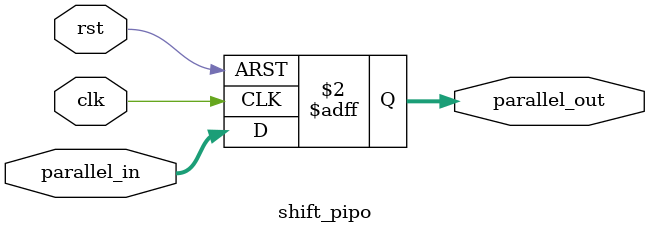
<source format=sv>
module shift_pipo (
    input wire clk,
    input wire rst,              
    input wire [3:0] parallel_in, 
    output reg [3:0] parallel_out 
);
    always @(posedge clk or posedge rst) begin
        if (rst)
            parallel_out = 4'b0000;
        else
            parallel_out = parallel_in;
    end
endmodule

</source>
